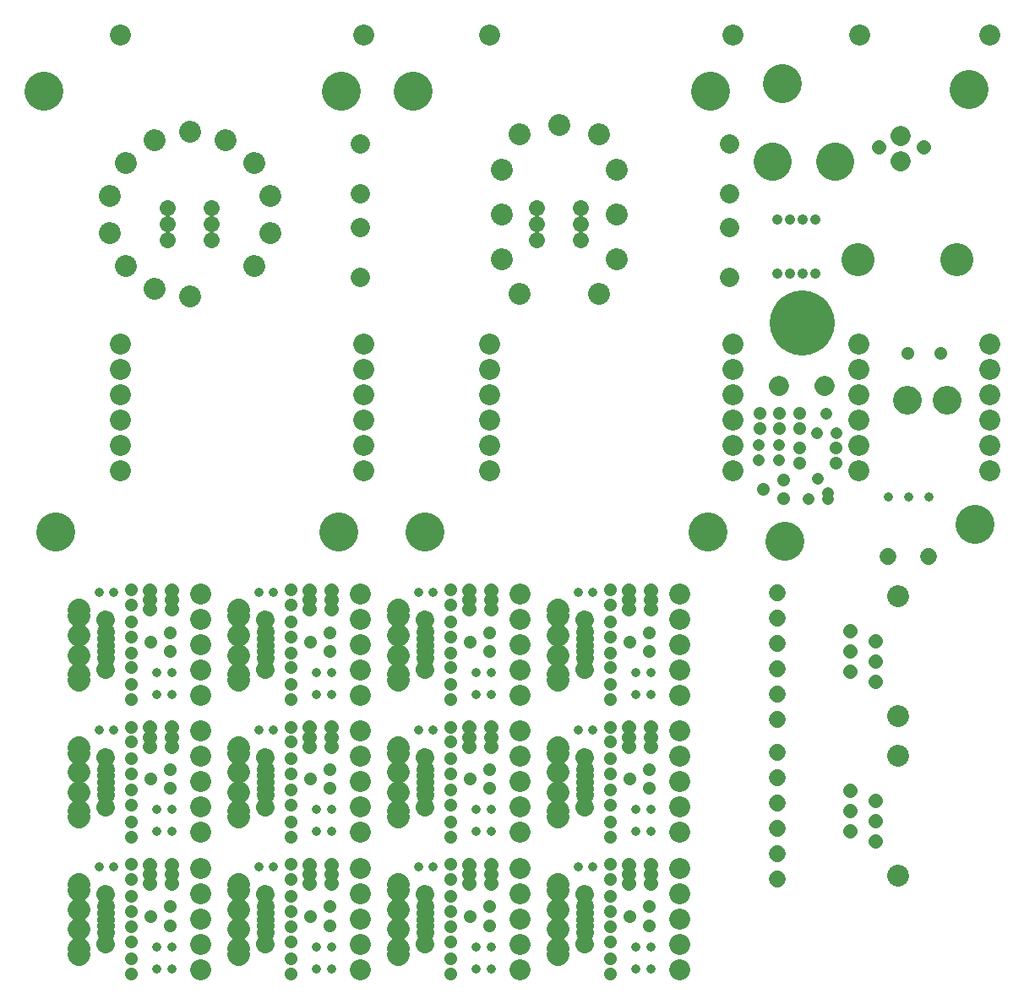
<source format=gts>
%TF.GenerationSoftware,KiCad,Pcbnew,4.0.7*%
%TF.CreationDate,2017-11-16T22:40:33+08:00*%
%TF.ProjectId,nixie-tube-merged,6E697869652D747562652D6D65726765,rev?*%
%TF.FileFunction,Soldermask,Top*%
%FSLAX46Y46*%
G04 Gerber Fmt 4.6, Leading zero omitted, Abs format (unit mm)*
G04 Created by KiCad (PCBNEW 4.0.7) date 11/16/17 22:40:33*
%MOMM*%
%LPD*%
G01*
G04 APERTURE LIST*
%ADD10C,0.100000*%
%ADD11C,2.300000*%
%ADD12C,1.850000*%
%ADD13C,1.750000*%
%ADD14C,1.300000*%
%ADD15C,2.100000*%
%ADD16C,1.460000*%
%ADD17C,0.900000*%
%ADD18C,2.200000*%
%ADD19C,1.400000*%
%ADD20C,1.700000*%
%ADD21C,3.900000*%
%ADD22C,1.600000*%
%ADD23C,1.924000*%
%ADD24C,2.051000*%
%ADD25C,6.496000*%
%ADD26C,2.000000*%
%ADD27C,3.800000*%
%ADD28C,1.000000*%
%ADD29C,3.300000*%
%ADD30C,1.200000*%
%ADD31C,2.900000*%
%ADD32C,1.150000*%
G04 APERTURE END LIST*
D10*
D11*
X7009990Y35799980D02*
X7009990Y35799980D01*
D12*
X9709990Y39300000D02*
X9709990Y39300000D01*
D13*
X9709990Y37449990D02*
X9709990Y37449990D01*
X9709990Y38100000D02*
X9709990Y38100000D01*
X9709990Y35499980D02*
X9709990Y35499980D01*
X9709990Y36149990D02*
X9709990Y36149990D01*
X9709990Y36799980D02*
X9709990Y36799980D01*
D12*
X9709990Y34299980D02*
X9709990Y34299980D01*
D11*
X7009990Y37799980D02*
X7009990Y37799980D01*
X7009990Y40300000D02*
X7009990Y40300000D01*
X7009990Y33299980D02*
X7009990Y33299980D01*
X7009990Y33899980D02*
X7009990Y33899980D01*
X7009990Y39700000D02*
X7009990Y39700000D01*
D14*
X16140000Y36179990D02*
X16140000Y36179990D01*
X16140000Y38079980D02*
X16140000Y38079980D01*
X14139980Y37129970D02*
X14139980Y37129970D01*
D15*
X19199990Y41949980D02*
X19199990Y41949980D01*
X19199990Y39409980D02*
X19199990Y39409980D01*
X19199990Y36869980D02*
X19199990Y36869980D01*
X19199990Y34329980D02*
X19199990Y34329980D01*
X19199990Y31789980D02*
X19199990Y31789980D01*
D16*
X14070000Y42279980D02*
X14070000Y42279980D01*
X14070000Y41329990D02*
X14070000Y41329990D01*
X14070000Y40379980D02*
X14070000Y40379980D01*
X16270000Y40379980D02*
X16270000Y40379980D01*
X16270000Y42279980D02*
X16270000Y42279980D01*
X16270000Y41329990D02*
X16270000Y41329990D01*
D14*
X12219990Y42340000D02*
X12219990Y42340000D01*
X12219990Y40840000D02*
X12219990Y40840000D01*
X12219990Y37639980D02*
X12219990Y37639980D01*
X12219990Y39139980D02*
X12219990Y39139980D01*
D17*
X10479990Y42069990D02*
X10479990Y42069990D01*
X8979990Y42069990D02*
X8979990Y42069990D01*
D14*
X12219990Y34549990D02*
X12219990Y34549990D01*
X12219990Y36049990D02*
X12219990Y36049990D01*
X12219990Y32839990D02*
X12219990Y32839990D01*
X12219990Y31339990D02*
X12219990Y31339990D01*
D17*
X16279980Y31869990D02*
X16279980Y31869990D01*
X14779980Y31869990D02*
X14779980Y31869990D01*
X16279980Y34059980D02*
X16279980Y34059980D01*
X14779980Y34059980D02*
X14779980Y34059980D01*
D11*
X7009990Y22049990D02*
X7009990Y22049990D01*
D12*
X9709990Y25549990D02*
X9709990Y25549990D01*
D13*
X9709990Y23699980D02*
X9709990Y23699980D01*
X9709990Y24349990D02*
X9709990Y24349990D01*
X9709990Y21749990D02*
X9709990Y21749990D01*
X9709990Y22399980D02*
X9709990Y22399980D01*
X9709990Y23049990D02*
X9709990Y23049990D01*
D12*
X9709990Y20550000D02*
X9709990Y20550000D01*
D11*
X7009990Y24049990D02*
X7009990Y24049990D01*
X7009990Y26549990D02*
X7009990Y26549990D01*
X7009990Y19550000D02*
X7009990Y19550000D01*
X7009990Y20150000D02*
X7009990Y20150000D01*
X7009990Y25949990D02*
X7009990Y25949990D01*
D14*
X16140000Y22429980D02*
X16140000Y22429980D01*
X16140000Y24330000D02*
X16140000Y24330000D01*
X14139980Y23379990D02*
X14139980Y23379990D01*
D15*
X19199990Y28199990D02*
X19199990Y28199990D01*
X19199990Y25659990D02*
X19199990Y25659990D01*
X19199990Y23119990D02*
X19199990Y23119990D01*
X19199990Y20579990D02*
X19199990Y20579990D01*
X19199990Y18039990D02*
X19199990Y18039990D01*
D16*
X14070000Y28529990D02*
X14070000Y28529990D01*
X14070000Y27579980D02*
X14070000Y27579980D01*
X14070000Y26630000D02*
X14070000Y26630000D01*
X16270000Y26630000D02*
X16270000Y26630000D01*
X16270000Y28529990D02*
X16270000Y28529990D01*
X16270000Y27579980D02*
X16270000Y27579980D01*
D14*
X12219990Y28589990D02*
X12219990Y28589990D01*
X12219990Y27089990D02*
X12219990Y27089990D01*
X12219990Y23890000D02*
X12219990Y23890000D01*
X12219990Y25389990D02*
X12219990Y25389990D01*
D17*
X10479990Y28319980D02*
X10479990Y28319980D01*
X8979990Y28319980D02*
X8979990Y28319980D01*
D14*
X12219990Y20799980D02*
X12219990Y20799980D01*
X12219990Y22299980D02*
X12219990Y22299980D01*
X12219990Y19089980D02*
X12219990Y19089980D01*
X12219990Y17589980D02*
X12219990Y17589980D01*
D17*
X16279980Y18119980D02*
X16279980Y18119980D01*
X14779980Y18119980D02*
X14779980Y18119980D01*
X16279980Y20309990D02*
X16279980Y20309990D01*
X14779980Y20309990D02*
X14779980Y20309990D01*
D11*
X7009990Y8299980D02*
X7009990Y8299980D01*
D12*
X9709990Y11799980D02*
X9709990Y11799980D01*
D13*
X9709990Y9949990D02*
X9709990Y9949990D01*
X9709990Y10599980D02*
X9709990Y10599980D01*
X9709990Y7999980D02*
X9709990Y7999980D01*
X9709990Y8650000D02*
X9709990Y8650000D01*
X9709990Y9299980D02*
X9709990Y9299980D01*
D12*
X9709990Y6799990D02*
X9709990Y6799990D01*
D11*
X7009990Y10299980D02*
X7009990Y10299980D01*
X7009990Y12800000D02*
X7009990Y12800000D01*
X7009990Y5799990D02*
X7009990Y5799990D01*
X7009990Y6399990D02*
X7009990Y6399990D01*
X7009990Y12199980D02*
X7009990Y12199980D01*
D14*
X16140000Y8679990D02*
X16140000Y8679990D01*
X16140000Y10579990D02*
X16140000Y10579990D01*
X14139980Y9629980D02*
X14139980Y9629980D01*
D15*
X19199990Y14449980D02*
X19199990Y14449980D01*
X19199990Y11909980D02*
X19199990Y11909980D01*
X19199990Y9369980D02*
X19199990Y9369980D01*
X19199990Y6829980D02*
X19199990Y6829980D01*
X19199990Y4289980D02*
X19199990Y4289980D01*
D16*
X14070000Y14779980D02*
X14070000Y14779980D01*
X14070000Y13830000D02*
X14070000Y13830000D01*
X14070000Y12879980D02*
X14070000Y12879980D01*
X16270000Y12879980D02*
X16270000Y12879980D01*
X16270000Y14779980D02*
X16270000Y14779980D01*
X16270000Y13830000D02*
X16270000Y13830000D01*
D14*
X12219990Y14839980D02*
X12219990Y14839980D01*
X12219990Y13339980D02*
X12219990Y13339980D01*
X12219990Y10139980D02*
X12219990Y10139980D01*
X12219990Y11639980D02*
X12219990Y11639980D01*
D17*
X10479990Y14570000D02*
X10479990Y14570000D01*
X8979990Y14570000D02*
X8979990Y14570000D01*
D14*
X12219990Y7050000D02*
X12219990Y7050000D01*
X12219990Y8550000D02*
X12219990Y8550000D01*
X12219990Y5339990D02*
X12219990Y5339990D01*
X12219990Y3840000D02*
X12219990Y3840000D01*
D17*
X16279980Y4369990D02*
X16279980Y4369990D01*
X14779980Y4369990D02*
X14779980Y4369990D01*
X16279980Y6559980D02*
X16279980Y6559980D01*
X14779980Y6559980D02*
X14779980Y6559980D01*
D11*
X23009990Y35799980D02*
X23009990Y35799980D01*
D12*
X25709980Y39300000D02*
X25709980Y39300000D01*
D13*
X25709980Y37449990D02*
X25709980Y37449990D01*
X25709980Y38100000D02*
X25709980Y38100000D01*
X25709980Y35499980D02*
X25709980Y35499980D01*
X25709980Y36149990D02*
X25709980Y36149990D01*
X25709980Y36799980D02*
X25709980Y36799980D01*
D12*
X25709980Y34299980D02*
X25709980Y34299980D01*
D11*
X23009990Y37799980D02*
X23009990Y37799980D01*
X23009990Y40300000D02*
X23009990Y40300000D01*
X23009990Y33299980D02*
X23009990Y33299980D01*
X23009990Y33899980D02*
X23009990Y33899980D01*
X23009990Y39700000D02*
X23009990Y39700000D01*
D14*
X32139990Y36179990D02*
X32139990Y36179990D01*
X32139990Y38079980D02*
X32139990Y38079980D01*
X30140000Y37129970D02*
X30140000Y37129970D01*
D15*
X35199980Y41949980D02*
X35199980Y41949980D01*
X35199980Y39409980D02*
X35199980Y39409980D01*
X35199980Y36869980D02*
X35199980Y36869980D01*
X35199980Y34329980D02*
X35199980Y34329980D01*
X35199980Y31789980D02*
X35199980Y31789980D01*
D16*
X30069990Y42279980D02*
X30069990Y42279980D01*
X30069990Y41329990D02*
X30069990Y41329990D01*
X30069990Y40379980D02*
X30069990Y40379980D01*
X32269990Y40379980D02*
X32269990Y40379980D01*
X32269990Y42279980D02*
X32269990Y42279980D01*
X32269990Y41329990D02*
X32269990Y41329990D01*
D14*
X28219980Y42340000D02*
X28219980Y42340000D01*
X28219980Y40840000D02*
X28219980Y40840000D01*
X28219980Y37639980D02*
X28219980Y37639980D01*
X28219980Y39139980D02*
X28219980Y39139980D01*
D17*
X26479980Y42069990D02*
X26479980Y42069990D01*
X24979990Y42069990D02*
X24979990Y42069990D01*
D14*
X28219980Y34549990D02*
X28219980Y34549990D01*
X28219980Y36049990D02*
X28219980Y36049990D01*
X28219980Y32839990D02*
X28219980Y32839990D01*
X28219980Y31339990D02*
X28219980Y31339990D01*
D17*
X32280000Y31869990D02*
X32280000Y31869990D01*
X30780000Y31869990D02*
X30780000Y31869990D01*
X32280000Y34059980D02*
X32280000Y34059980D01*
X30780000Y34059980D02*
X30780000Y34059980D01*
D11*
X23009990Y22049990D02*
X23009990Y22049990D01*
D12*
X25709980Y25549990D02*
X25709980Y25549990D01*
D13*
X25709980Y23699980D02*
X25709980Y23699980D01*
X25709980Y24349990D02*
X25709980Y24349990D01*
X25709980Y21749990D02*
X25709980Y21749990D01*
X25709980Y22399980D02*
X25709980Y22399980D01*
X25709980Y23049990D02*
X25709980Y23049990D01*
D12*
X25709980Y20550000D02*
X25709980Y20550000D01*
D11*
X23009990Y24049990D02*
X23009990Y24049990D01*
X23009990Y26549990D02*
X23009990Y26549990D01*
X23009990Y19550000D02*
X23009990Y19550000D01*
X23009990Y20150000D02*
X23009990Y20150000D01*
X23009990Y25949990D02*
X23009990Y25949990D01*
D14*
X32139990Y22429980D02*
X32139990Y22429980D01*
X32139990Y24330000D02*
X32139990Y24330000D01*
X30140000Y23379990D02*
X30140000Y23379990D01*
D15*
X35199980Y28199990D02*
X35199980Y28199990D01*
X35199980Y25659990D02*
X35199980Y25659990D01*
X35199980Y23119990D02*
X35199980Y23119990D01*
X35199980Y20579990D02*
X35199980Y20579990D01*
X35199980Y18039990D02*
X35199980Y18039990D01*
D16*
X30069990Y28529990D02*
X30069990Y28529990D01*
X30069990Y27579980D02*
X30069990Y27579980D01*
X30069990Y26630000D02*
X30069990Y26630000D01*
X32269990Y26630000D02*
X32269990Y26630000D01*
X32269990Y28529990D02*
X32269990Y28529990D01*
X32269990Y27579980D02*
X32269990Y27579980D01*
D14*
X28219980Y28589990D02*
X28219980Y28589990D01*
X28219980Y27089990D02*
X28219980Y27089990D01*
X28219980Y23890000D02*
X28219980Y23890000D01*
X28219980Y25389990D02*
X28219980Y25389990D01*
D17*
X26479980Y28319980D02*
X26479980Y28319980D01*
X24979990Y28319980D02*
X24979990Y28319980D01*
D14*
X28219980Y20799980D02*
X28219980Y20799980D01*
X28219980Y22299980D02*
X28219980Y22299980D01*
X28219980Y19089980D02*
X28219980Y19089980D01*
X28219980Y17589980D02*
X28219980Y17589980D01*
D17*
X32280000Y18119980D02*
X32280000Y18119980D01*
X30780000Y18119980D02*
X30780000Y18119980D01*
X32280000Y20309990D02*
X32280000Y20309990D01*
X30780000Y20309990D02*
X30780000Y20309990D01*
D11*
X23009990Y8299980D02*
X23009990Y8299980D01*
D12*
X25709980Y11799980D02*
X25709980Y11799980D01*
D13*
X25709980Y9949990D02*
X25709980Y9949990D01*
X25709980Y10599980D02*
X25709980Y10599980D01*
X25709980Y7999980D02*
X25709980Y7999980D01*
X25709980Y8650000D02*
X25709980Y8650000D01*
X25709980Y9299980D02*
X25709980Y9299980D01*
D12*
X25709980Y6799990D02*
X25709980Y6799990D01*
D11*
X23009990Y10299980D02*
X23009990Y10299980D01*
X23009990Y12800000D02*
X23009990Y12800000D01*
X23009990Y5799990D02*
X23009990Y5799990D01*
X23009990Y6399990D02*
X23009990Y6399990D01*
X23009990Y12199980D02*
X23009990Y12199980D01*
D14*
X32139990Y8679990D02*
X32139990Y8679990D01*
X32139990Y10579990D02*
X32139990Y10579990D01*
X30140000Y9629980D02*
X30140000Y9629980D01*
D15*
X35199980Y14449980D02*
X35199980Y14449980D01*
X35199980Y11909980D02*
X35199980Y11909980D01*
X35199980Y9369980D02*
X35199980Y9369980D01*
X35199980Y6829980D02*
X35199980Y6829980D01*
X35199980Y4289980D02*
X35199980Y4289980D01*
D16*
X30069990Y14779980D02*
X30069990Y14779980D01*
X30069990Y13830000D02*
X30069990Y13830000D01*
X30069990Y12879980D02*
X30069990Y12879980D01*
X32269990Y12879980D02*
X32269990Y12879980D01*
X32269990Y14779980D02*
X32269990Y14779980D01*
X32269990Y13830000D02*
X32269990Y13830000D01*
D14*
X28219980Y14839980D02*
X28219980Y14839980D01*
X28219980Y13339980D02*
X28219980Y13339980D01*
X28219980Y10139980D02*
X28219980Y10139980D01*
X28219980Y11639980D02*
X28219980Y11639980D01*
D17*
X26479980Y14570000D02*
X26479980Y14570000D01*
X24979990Y14570000D02*
X24979990Y14570000D01*
D14*
X28219980Y7050000D02*
X28219980Y7050000D01*
X28219980Y8550000D02*
X28219980Y8550000D01*
X28219980Y5339990D02*
X28219980Y5339990D01*
X28219980Y3840000D02*
X28219980Y3840000D01*
D17*
X32280000Y4369990D02*
X32280000Y4369990D01*
X30780000Y4369990D02*
X30780000Y4369990D01*
X32280000Y6559980D02*
X32280000Y6559980D01*
X30780000Y6559980D02*
X30780000Y6559980D01*
D11*
X39009980Y35799980D02*
X39009980Y35799980D01*
D12*
X41709980Y39300000D02*
X41709980Y39300000D01*
D13*
X41709980Y37449990D02*
X41709980Y37449990D01*
X41709980Y38100000D02*
X41709980Y38100000D01*
X41709980Y35499980D02*
X41709980Y35499980D01*
X41709980Y36149990D02*
X41709980Y36149990D01*
X41709980Y36799980D02*
X41709980Y36799980D01*
D12*
X41709980Y34299980D02*
X41709980Y34299980D01*
D11*
X39009980Y37799980D02*
X39009980Y37799980D01*
X39009980Y40300000D02*
X39009980Y40300000D01*
X39009980Y33299980D02*
X39009980Y33299980D01*
X39009980Y33899980D02*
X39009980Y33899980D01*
X39009980Y39700000D02*
X39009980Y39700000D01*
D14*
X48139990Y36179990D02*
X48139990Y36179990D01*
X48139990Y38079980D02*
X48139990Y38079980D01*
X46139990Y37129970D02*
X46139990Y37129970D01*
D15*
X51200000Y41949980D02*
X51200000Y41949980D01*
X51200000Y39409980D02*
X51200000Y39409980D01*
X51200000Y36869980D02*
X51200000Y36869980D01*
X51200000Y34329980D02*
X51200000Y34329980D01*
X51200000Y31789980D02*
X51200000Y31789980D01*
D16*
X46069990Y42279980D02*
X46069990Y42279980D01*
X46069990Y41329990D02*
X46069990Y41329990D01*
X46069990Y40379980D02*
X46069990Y40379980D01*
X48269980Y40379980D02*
X48269980Y40379980D01*
X48269980Y42279980D02*
X48269980Y42279980D01*
X48269980Y41329990D02*
X48269980Y41329990D01*
D14*
X44219980Y42340000D02*
X44219980Y42340000D01*
X44219980Y40840000D02*
X44219980Y40840000D01*
X44219980Y37639980D02*
X44219980Y37639980D01*
X44219980Y39139980D02*
X44219980Y39139980D01*
D17*
X42479980Y42069990D02*
X42479980Y42069990D01*
X40979980Y42069990D02*
X40979980Y42069990D01*
D14*
X44219980Y34549990D02*
X44219980Y34549990D01*
X44219980Y36049990D02*
X44219980Y36049990D01*
X44219980Y32839990D02*
X44219980Y32839990D01*
X44219980Y31339990D02*
X44219980Y31339990D01*
D17*
X48279990Y31869990D02*
X48279990Y31869990D01*
X46779990Y31869990D02*
X46779990Y31869990D01*
X48279990Y34059980D02*
X48279990Y34059980D01*
X46779990Y34059980D02*
X46779990Y34059980D01*
D11*
X39009980Y22049990D02*
X39009980Y22049990D01*
D12*
X41709980Y25549990D02*
X41709980Y25549990D01*
D13*
X41709980Y23699980D02*
X41709980Y23699980D01*
X41709980Y24349990D02*
X41709980Y24349990D01*
X41709980Y21749990D02*
X41709980Y21749990D01*
X41709980Y22399980D02*
X41709980Y22399980D01*
X41709980Y23049990D02*
X41709980Y23049990D01*
D12*
X41709980Y20550000D02*
X41709980Y20550000D01*
D11*
X39009980Y24049990D02*
X39009980Y24049990D01*
X39009980Y26549990D02*
X39009980Y26549990D01*
X39009980Y19550000D02*
X39009980Y19550000D01*
X39009980Y20150000D02*
X39009980Y20150000D01*
X39009980Y25949990D02*
X39009980Y25949990D01*
D14*
X48139990Y22429980D02*
X48139990Y22429980D01*
X48139990Y24330000D02*
X48139990Y24330000D01*
X46139990Y23379990D02*
X46139990Y23379990D01*
D15*
X51200000Y28199990D02*
X51200000Y28199990D01*
X51200000Y25659990D02*
X51200000Y25659990D01*
X51200000Y23119990D02*
X51200000Y23119990D01*
X51200000Y20579990D02*
X51200000Y20579990D01*
X51200000Y18039990D02*
X51200000Y18039990D01*
D16*
X46069990Y28529990D02*
X46069990Y28529990D01*
X46069990Y27579980D02*
X46069990Y27579980D01*
X46069990Y26630000D02*
X46069990Y26630000D01*
X48269980Y26630000D02*
X48269980Y26630000D01*
X48269980Y28529990D02*
X48269980Y28529990D01*
X48269980Y27579980D02*
X48269980Y27579980D01*
D14*
X44219980Y28589990D02*
X44219980Y28589990D01*
X44219980Y27089990D02*
X44219980Y27089990D01*
X44219980Y23890000D02*
X44219980Y23890000D01*
X44219980Y25389990D02*
X44219980Y25389990D01*
D17*
X42479980Y28319980D02*
X42479980Y28319980D01*
X40979980Y28319980D02*
X40979980Y28319980D01*
D14*
X44219980Y20799980D02*
X44219980Y20799980D01*
X44219980Y22299980D02*
X44219980Y22299980D01*
X44219980Y19089980D02*
X44219980Y19089980D01*
X44219980Y17589980D02*
X44219980Y17589980D01*
D17*
X48279990Y18119980D02*
X48279990Y18119980D01*
X46779990Y18119980D02*
X46779990Y18119980D01*
X48279990Y20309990D02*
X48279990Y20309990D01*
X46779990Y20309990D02*
X46779990Y20309990D01*
D11*
X39009980Y8299980D02*
X39009980Y8299980D01*
D12*
X41709980Y11799980D02*
X41709980Y11799980D01*
D13*
X41709980Y9949990D02*
X41709980Y9949990D01*
X41709980Y10599980D02*
X41709980Y10599980D01*
X41709980Y7999980D02*
X41709980Y7999980D01*
X41709980Y8650000D02*
X41709980Y8650000D01*
X41709980Y9299980D02*
X41709980Y9299980D01*
D12*
X41709980Y6799990D02*
X41709980Y6799990D01*
D11*
X39009980Y10299980D02*
X39009980Y10299980D01*
X39009980Y12800000D02*
X39009980Y12800000D01*
X39009980Y5799990D02*
X39009980Y5799990D01*
X39009980Y6399990D02*
X39009980Y6399990D01*
X39009980Y12199980D02*
X39009980Y12199980D01*
D14*
X48139990Y8679990D02*
X48139990Y8679990D01*
X48139990Y10579990D02*
X48139990Y10579990D01*
X46139990Y9629980D02*
X46139990Y9629980D01*
D15*
X51200000Y14449980D02*
X51200000Y14449980D01*
X51200000Y11909980D02*
X51200000Y11909980D01*
X51200000Y9369980D02*
X51200000Y9369980D01*
X51200000Y6829980D02*
X51200000Y6829980D01*
X51200000Y4289980D02*
X51200000Y4289980D01*
D16*
X46069990Y14779980D02*
X46069990Y14779980D01*
X46069990Y13830000D02*
X46069990Y13830000D01*
X46069990Y12879980D02*
X46069990Y12879980D01*
X48269980Y12879980D02*
X48269980Y12879980D01*
X48269980Y14779980D02*
X48269980Y14779980D01*
X48269980Y13830000D02*
X48269980Y13830000D01*
D14*
X44219980Y14839980D02*
X44219980Y14839980D01*
X44219980Y13339980D02*
X44219980Y13339980D01*
X44219980Y10139980D02*
X44219980Y10139980D01*
X44219980Y11639980D02*
X44219980Y11639980D01*
D17*
X42479980Y14570000D02*
X42479980Y14570000D01*
X40979980Y14570000D02*
X40979980Y14570000D01*
D14*
X44219980Y7050000D02*
X44219980Y7050000D01*
X44219980Y8550000D02*
X44219980Y8550000D01*
X44219980Y5339990D02*
X44219980Y5339990D01*
X44219980Y3840000D02*
X44219980Y3840000D01*
D17*
X48279990Y4369990D02*
X48279990Y4369990D01*
X46779990Y4369990D02*
X46779990Y4369990D01*
X48279990Y6559980D02*
X48279990Y6559980D01*
X46779990Y6559980D02*
X46779990Y6559980D01*
D11*
X55010000Y35799980D02*
X55010000Y35799980D01*
D12*
X57709990Y39300000D02*
X57709990Y39300000D01*
D13*
X57709990Y37449990D02*
X57709990Y37449990D01*
X57709990Y38100000D02*
X57709990Y38100000D01*
X57709990Y35499980D02*
X57709990Y35499980D01*
X57709990Y36149990D02*
X57709990Y36149990D01*
X57709990Y36799980D02*
X57709990Y36799980D01*
D12*
X57709990Y34299980D02*
X57709990Y34299980D01*
D11*
X55010000Y37799980D02*
X55010000Y37799980D01*
X55010000Y40300000D02*
X55010000Y40300000D01*
X55010000Y33299980D02*
X55010000Y33299980D01*
X55010000Y33899980D02*
X55010000Y33899980D01*
X55010000Y39700000D02*
X55010000Y39700000D01*
D14*
X64139980Y36179990D02*
X64139980Y36179990D01*
X64139980Y38079980D02*
X64139980Y38079980D01*
X62139980Y37129970D02*
X62139980Y37129970D01*
D15*
X67199990Y41949980D02*
X67199990Y41949980D01*
X67199990Y39409980D02*
X67199990Y39409980D01*
X67199990Y36869980D02*
X67199990Y36869980D01*
X67199990Y34329980D02*
X67199990Y34329980D01*
X67199990Y31789980D02*
X67199990Y31789980D01*
D16*
X62069980Y42279980D02*
X62069980Y42279980D01*
X62069980Y41329990D02*
X62069980Y41329990D01*
X62069980Y40379980D02*
X62069980Y40379980D01*
X64269980Y40379980D02*
X64269980Y40379980D01*
X64269980Y42279980D02*
X64269980Y42279980D01*
X64269980Y41329990D02*
X64269980Y41329990D01*
D14*
X60220000Y42340000D02*
X60220000Y42340000D01*
X60220000Y40840000D02*
X60220000Y40840000D01*
X60220000Y37639980D02*
X60220000Y37639980D01*
X60220000Y39139980D02*
X60220000Y39139980D01*
D17*
X58479990Y42069990D02*
X58479990Y42069990D01*
X56980000Y42069990D02*
X56980000Y42069990D01*
D14*
X60220000Y34549990D02*
X60220000Y34549990D01*
X60220000Y36049990D02*
X60220000Y36049990D01*
X60220000Y32839990D02*
X60220000Y32839990D01*
X60220000Y31339990D02*
X60220000Y31339990D01*
D17*
X64279980Y31869990D02*
X64279980Y31869990D01*
X62779990Y31869990D02*
X62779990Y31869990D01*
X64279980Y34059980D02*
X64279980Y34059980D01*
X62779990Y34059980D02*
X62779990Y34059980D01*
D11*
X55010000Y22049990D02*
X55010000Y22049990D01*
D12*
X57709990Y25549990D02*
X57709990Y25549990D01*
D13*
X57709990Y23699980D02*
X57709990Y23699980D01*
X57709990Y24349990D02*
X57709990Y24349990D01*
X57709990Y21749990D02*
X57709990Y21749990D01*
X57709990Y22399980D02*
X57709990Y22399980D01*
X57709990Y23049990D02*
X57709990Y23049990D01*
D12*
X57709990Y20550000D02*
X57709990Y20550000D01*
D11*
X55010000Y24049990D02*
X55010000Y24049990D01*
X55010000Y26549990D02*
X55010000Y26549990D01*
X55010000Y19550000D02*
X55010000Y19550000D01*
X55010000Y20150000D02*
X55010000Y20150000D01*
X55010000Y25949990D02*
X55010000Y25949990D01*
D14*
X64139980Y22429980D02*
X64139980Y22429980D01*
X64139980Y24330000D02*
X64139980Y24330000D01*
X62139980Y23379990D02*
X62139980Y23379990D01*
D15*
X67199990Y28199990D02*
X67199990Y28199990D01*
X67199990Y25659990D02*
X67199990Y25659990D01*
X67199990Y23119990D02*
X67199990Y23119990D01*
X67199990Y20579990D02*
X67199990Y20579990D01*
X67199990Y18039990D02*
X67199990Y18039990D01*
D16*
X62069980Y28529990D02*
X62069980Y28529990D01*
X62069980Y27579980D02*
X62069980Y27579980D01*
X62069980Y26630000D02*
X62069980Y26630000D01*
X64269980Y26630000D02*
X64269980Y26630000D01*
X64269980Y28529990D02*
X64269980Y28529990D01*
X64269980Y27579980D02*
X64269980Y27579980D01*
D14*
X60220000Y28589990D02*
X60220000Y28589990D01*
X60220000Y27089990D02*
X60220000Y27089990D01*
X60220000Y23890000D02*
X60220000Y23890000D01*
X60220000Y25389990D02*
X60220000Y25389990D01*
D17*
X58479990Y28319980D02*
X58479990Y28319980D01*
X56980000Y28319980D02*
X56980000Y28319980D01*
D14*
X60220000Y20799980D02*
X60220000Y20799980D01*
X60220000Y22299980D02*
X60220000Y22299980D01*
X60220000Y19089980D02*
X60220000Y19089980D01*
X60220000Y17589980D02*
X60220000Y17589980D01*
D17*
X64279980Y18119980D02*
X64279980Y18119980D01*
X62779990Y18119980D02*
X62779990Y18119980D01*
X64279980Y20309990D02*
X64279980Y20309990D01*
X62779990Y20309990D02*
X62779990Y20309990D01*
D11*
X55010000Y8299980D02*
X55010000Y8299980D01*
D12*
X57709990Y11799980D02*
X57709990Y11799980D01*
D13*
X57709990Y9949990D02*
X57709990Y9949990D01*
X57709990Y10599980D02*
X57709990Y10599980D01*
X57709990Y7999980D02*
X57709990Y7999980D01*
X57709990Y8650000D02*
X57709990Y8650000D01*
X57709990Y9299980D02*
X57709990Y9299980D01*
D12*
X57709990Y6799990D02*
X57709990Y6799990D01*
D11*
X55010000Y10299980D02*
X55010000Y10299980D01*
X55010000Y12800000D02*
X55010000Y12800000D01*
X55010000Y5799990D02*
X55010000Y5799990D01*
X55010000Y6399990D02*
X55010000Y6399990D01*
X55010000Y12199980D02*
X55010000Y12199980D01*
D14*
X64139980Y8679990D02*
X64139980Y8679990D01*
X64139980Y10579990D02*
X64139980Y10579990D01*
X62139980Y9629980D02*
X62139980Y9629980D01*
D15*
X67199990Y14449980D02*
X67199990Y14449980D01*
X67199990Y11909980D02*
X67199990Y11909980D01*
X67199990Y9369980D02*
X67199990Y9369980D01*
X67199990Y6829980D02*
X67199990Y6829980D01*
X67199990Y4289980D02*
X67199990Y4289980D01*
D16*
X62069980Y14779980D02*
X62069980Y14779980D01*
X62069980Y13830000D02*
X62069980Y13830000D01*
X62069980Y12879980D02*
X62069980Y12879980D01*
X64269980Y12879980D02*
X64269980Y12879980D01*
X64269980Y14779980D02*
X64269980Y14779980D01*
X64269980Y13830000D02*
X64269980Y13830000D01*
D14*
X60220000Y14839980D02*
X60220000Y14839980D01*
X60220000Y13339980D02*
X60220000Y13339980D01*
X60220000Y10139980D02*
X60220000Y10139980D01*
X60220000Y11639980D02*
X60220000Y11639980D01*
D17*
X58479990Y14570000D02*
X58479990Y14570000D01*
X56980000Y14570000D02*
X56980000Y14570000D01*
D14*
X60220000Y7050000D02*
X60220000Y7050000D01*
X60220000Y8550000D02*
X60220000Y8550000D01*
X60220000Y5339990D02*
X60220000Y5339990D01*
X60220000Y3840000D02*
X60220000Y3840000D01*
D17*
X64279980Y4369990D02*
X64279980Y4369990D01*
X62779990Y4369990D02*
X62779990Y4369990D01*
X64279980Y6559980D02*
X64279980Y6559980D01*
X62779990Y6559980D02*
X62779990Y6559980D01*
D18*
X89109980Y13649990D02*
X89109980Y13649990D01*
X89109980Y25649990D02*
X89109980Y25649990D01*
D19*
X86809990Y17110000D02*
X86809990Y17110000D01*
X84269990Y18124980D02*
X84269990Y18124980D01*
X86809990Y19139990D02*
X86809990Y19139990D01*
X84269990Y20154980D02*
X84269990Y20154980D01*
X86809990Y21169990D02*
X86809990Y21169990D01*
X84269990Y22184970D02*
X84269990Y22184970D01*
D20*
X77000000Y26049990D02*
X77000000Y26049990D01*
X77000000Y23509990D02*
X77000000Y23509990D01*
X77000000Y20969990D02*
X77000000Y20969990D01*
X77000000Y18429990D02*
X77000000Y18429990D01*
X77000000Y15889990D02*
X77000000Y15889990D01*
X77000000Y13349990D02*
X77000000Y13349990D01*
D18*
X89109980Y29649980D02*
X89109980Y29649980D01*
X89109980Y41649980D02*
X89109980Y41649980D01*
D19*
X86809990Y33109990D02*
X86809990Y33109990D01*
X84269990Y34124980D02*
X84269990Y34124980D01*
X86809990Y35139990D02*
X86809990Y35139990D01*
X84269990Y36155000D02*
X84269990Y36155000D01*
X86809990Y37169980D02*
X86809990Y37169980D01*
X84269990Y38184990D02*
X84269990Y38184990D01*
D20*
X77000000Y42049980D02*
X77000000Y42049980D01*
X77000000Y39509980D02*
X77000000Y39509980D01*
X77000000Y36969980D02*
X77000000Y36969980D01*
X77000000Y34429980D02*
X77000000Y34429980D01*
X77000000Y31889980D02*
X77000000Y31889980D01*
X77000000Y29349980D02*
X77000000Y29349980D01*
D21*
X33299980Y92299990D02*
X33299980Y92299990D01*
X3499990Y92299990D02*
X3499990Y92299990D01*
X4699990Y48099980D02*
X4699990Y48099980D01*
X33029980Y48099980D02*
X33029980Y48099980D01*
D18*
X18143140Y88214200D02*
X18143140Y88214200D01*
X14563600Y87397180D02*
X14563600Y87397180D01*
X11693040Y85107980D02*
X11693040Y85107980D01*
X10099980Y81799990D02*
X10099980Y81799990D01*
X10099980Y78128390D02*
X10099980Y78128390D01*
X11693040Y74820400D02*
X11693040Y74820400D01*
X14563600Y72531200D02*
X14563600Y72531200D01*
X18143140Y71714180D02*
X18143140Y71714180D01*
X24593250Y74820400D02*
X24593250Y74820400D01*
X26186310Y78128390D02*
X26186310Y78128390D01*
X26186310Y81799990D02*
X26186310Y81799990D01*
X24593250Y85107980D02*
X24593250Y85107980D01*
X21722690Y87397180D02*
X21722690Y87397180D01*
D22*
X20250000Y80649980D02*
X20250000Y80649980D01*
X20250000Y79049980D02*
X20250000Y79049980D01*
X15849980Y80649980D02*
X15849980Y80649980D01*
X15849980Y79049980D02*
X15849980Y79049980D01*
X15849980Y77449980D02*
X15849980Y77449980D01*
X20250000Y77449980D02*
X20250000Y77449980D01*
D15*
X11099980Y97999980D02*
X11099980Y97999980D01*
X11099980Y66999990D02*
X11099980Y66999990D01*
X11099980Y64459990D02*
X11099980Y64459990D01*
X11099980Y61919990D02*
X11099980Y61919990D01*
X11099980Y59379990D02*
X11099980Y59379990D01*
X11099980Y56839990D02*
X11099980Y56839990D01*
X11099980Y54299990D02*
X11099980Y54299990D01*
X35549990Y97999980D02*
X35549990Y97999980D01*
X35499980Y66999990D02*
X35499980Y66999990D01*
X35499980Y64459990D02*
X35499980Y64459990D01*
X35499980Y61919990D02*
X35499980Y61919990D01*
X35499980Y59379990D02*
X35499980Y59379990D01*
X35499980Y56839990D02*
X35499980Y56839990D01*
X35499980Y54299990D02*
X35499980Y54299990D01*
D23*
X35199980Y78700000D02*
X35199980Y78700000D01*
X35199980Y73699980D02*
X35199980Y73699980D01*
X35149990Y87049990D02*
X35149990Y87049990D01*
X35149990Y82049980D02*
X35149990Y82049980D01*
D18*
X60893150Y84464190D02*
X60893150Y84464190D01*
X60893150Y79964180D02*
X60893150Y79964180D01*
X60893150Y75464190D02*
X60893150Y75464190D01*
X49393140Y84464190D02*
X49393140Y84464190D01*
X49393140Y79964180D02*
X49393140Y79964180D01*
X49393140Y75464190D02*
X49393140Y75464190D01*
X51143150Y87964190D02*
X51143150Y87964190D01*
X59143140Y87964190D02*
X59143140Y87964190D01*
X51143150Y71964190D02*
X51143150Y71964190D01*
X59143140Y71964190D02*
X59143140Y71964190D01*
X55143150Y88964190D02*
X55143150Y88964190D01*
D22*
X57250000Y80649980D02*
X57250000Y80649980D01*
X57250000Y79049980D02*
X57250000Y79049980D01*
X52849980Y80649980D02*
X52849980Y80649980D01*
X52849980Y79049980D02*
X52849980Y79049980D01*
X52849980Y77449980D02*
X52849980Y77449980D01*
X57250000Y77449980D02*
X57250000Y77449980D01*
D21*
X70029980Y48099980D02*
X70029980Y48099980D01*
X41699990Y48099980D02*
X41699990Y48099980D01*
X40500000Y92299990D02*
X40500000Y92299990D01*
X70299990Y92299990D02*
X70299990Y92299990D01*
D23*
X72150000Y87049990D02*
X72150000Y87049990D01*
X72150000Y82049980D02*
X72150000Y82049980D01*
X72199980Y78700000D02*
X72199980Y78700000D01*
X72199980Y73699980D02*
X72199980Y73699980D01*
D15*
X48099980Y66999990D02*
X48099980Y66999990D01*
X48099980Y64459990D02*
X48099980Y64459990D01*
X48099980Y61919990D02*
X48099980Y61919990D01*
X48099980Y59379990D02*
X48099980Y59379990D01*
X48099980Y56839990D02*
X48099980Y56839990D01*
X48099980Y54299990D02*
X48099980Y54299990D01*
X72499980Y66999990D02*
X72499980Y66999990D01*
X72499980Y64459990D02*
X72499980Y64459990D01*
X72499980Y61919990D02*
X72499980Y61919990D01*
X72499980Y59379990D02*
X72499980Y59379990D01*
X72499980Y56839990D02*
X72499980Y56839990D01*
X72499980Y54299990D02*
X72499980Y54299990D01*
X72549990Y97999980D02*
X72549990Y97999980D01*
X48099980Y97999980D02*
X48099980Y97999980D01*
D24*
X77127990Y62799980D02*
X77127990Y62799980D01*
D25*
X79413990Y69149980D02*
X79413990Y69149980D01*
D24*
X81699990Y62799980D02*
X81699990Y62799980D01*
D21*
X96779990Y48879990D02*
X96779990Y48879990D01*
X77800000Y47199980D02*
X77800000Y47199980D01*
X96199990Y92499990D02*
X96199990Y92499990D01*
X77500000Y93099990D02*
X77500000Y93099990D01*
D26*
X89400000Y87825000D02*
X89400000Y87825000D01*
X89400000Y85324980D02*
X89400000Y85324980D01*
D19*
X87149990Y86699980D02*
X87149990Y86699980D01*
X91649980Y86699980D02*
X91649980Y86699980D01*
D27*
X76519990Y85299980D02*
X76519990Y85299980D01*
X82719980Y85299980D02*
X82719980Y85299980D01*
D17*
X90130000Y51689990D02*
X90130000Y51689990D01*
X92129990Y51689990D02*
X92129990Y51689990D01*
X88130000Y51689990D02*
X88130000Y51689990D01*
D20*
X88130000Y45689980D02*
X88130000Y45689980D01*
X92129990Y45689980D02*
X92129990Y45689980D01*
D28*
X76994990Y74049990D02*
X76994990Y74049990D01*
X78264990Y74049990D02*
X78264990Y74049990D01*
X79534990Y74049990D02*
X79534990Y74049990D01*
X80804990Y74049990D02*
X80804990Y74049990D01*
X80804990Y79449980D02*
X80804990Y79449980D01*
X79534990Y79449980D02*
X79534990Y79449980D01*
X78264990Y79449980D02*
X78264990Y79449980D01*
X76994990Y79449980D02*
X76994990Y79449980D01*
D29*
X94959980Y75449990D02*
X94959980Y75449990D01*
X84999980Y75449990D02*
X84999980Y75449990D01*
D30*
X80999990Y57999990D02*
X80999990Y57999990D01*
X82899990Y57999990D02*
X82899990Y57999990D01*
X81949980Y59999980D02*
X81949980Y59999980D01*
D14*
X90049990Y66099990D02*
X90049990Y66099990D01*
X93349980Y66099990D02*
X93349980Y66099990D01*
D31*
X90049990Y61299980D02*
X90049990Y61299980D01*
X94049980Y61299980D02*
X94049980Y61299980D01*
D15*
X85199980Y97999980D02*
X85199980Y97999980D01*
D32*
X77149990Y55299990D02*
X77149990Y55299990D01*
X77149990Y56799990D02*
X77149990Y56799990D01*
X75099980Y55349980D02*
X75099980Y55349980D01*
X75099980Y56849980D02*
X75099980Y56849980D01*
D14*
X75199980Y60074990D02*
X75199980Y60074990D01*
X75199980Y58574990D02*
X75199980Y58574990D01*
X79199990Y58574990D02*
X79199990Y58574990D01*
X79199990Y60074990D02*
X79199990Y60074990D01*
X77200000Y60074990D02*
X77200000Y60074990D01*
X77200000Y58574990D02*
X77200000Y58574990D01*
X77549980Y51500000D02*
X77549980Y51500000D01*
X77549980Y53399990D02*
X77549980Y53399990D01*
X75549990Y52449980D02*
X75549990Y52449980D01*
X79199990Y55049980D02*
X79199990Y55049980D01*
X79199990Y56549980D02*
X79199990Y56549980D01*
X82799990Y56549980D02*
X82799990Y56549980D01*
X82799990Y55049980D02*
X82799990Y55049980D01*
D30*
X80149980Y51449990D02*
X80149980Y51449990D01*
X82049980Y51449990D02*
X82049980Y51449990D01*
X81099990Y53449980D02*
X81099990Y53449980D01*
X82049980Y52000000D02*
X82049980Y52000000D01*
D15*
X98249990Y66999990D02*
X98249990Y66999990D01*
X98249990Y64459990D02*
X98249990Y64459990D01*
X98249990Y61919990D02*
X98249990Y61919990D01*
X98249990Y59379990D02*
X98249990Y59379990D01*
X98249990Y56839990D02*
X98249990Y56839990D01*
X98249990Y54299990D02*
X98249990Y54299990D01*
X85099980Y66999990D02*
X85099980Y66999990D01*
X85099980Y64459990D02*
X85099980Y64459990D01*
X85099980Y61919990D02*
X85099980Y61919990D01*
X85099980Y59379990D02*
X85099980Y59379990D01*
X85099980Y56839990D02*
X85099980Y56839990D01*
X85099980Y54299990D02*
X85099980Y54299990D01*
X98249990Y97999980D02*
X98249990Y97999980D01*
M02*

</source>
